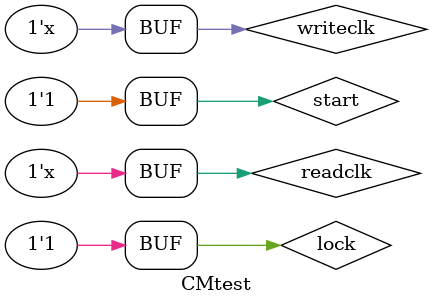
<source format=v>
`timescale 1ns / 1ps


module CMtest;

	// Inputs
	reg start;
	reg writeclk;
	reg readclk;
	reg lock;

	// Outputs
	wire complete;
	wire ena;
	wire enb;
	wire wa;
	wire resetaddr;
	wire ensteer;
	wire [2:0] selectline;
	wire enwr;
	wire enrd;

	// Instantiate the Unit Under Test (UUT)
	CM uut (
		.start(start), 
		.writeclk(writeclk), 
		.readclk(readclk), 
		.lock(lock), 
		.complete(complete), 
		.ena(ena), 
		.enb(enb), 
		.wa(wa), 
		.resetaddr(resetaddr), 
		.ensteer(ensteer), 
		.selectline(selectline), 
		.enwr(enwr), 
		.enrd(enrd)
	);

	
	always
	begin
	#10 writeclk= ~writeclk;
	 #5 readclk= ~readclk;
	 end
	initial begin
		// Initialize Inputs
		start = 0;
		readclk = 0;
		lock = 0;
		writeclk=0;

		// Wait 100 ns for global reset to finish
		#100;
			start = 1;

		lock = 1;

		// Wait 100 ns for global reset to finish
		#100;
        
		// Add stimulus here

	end
      

endmodule 
</source>
